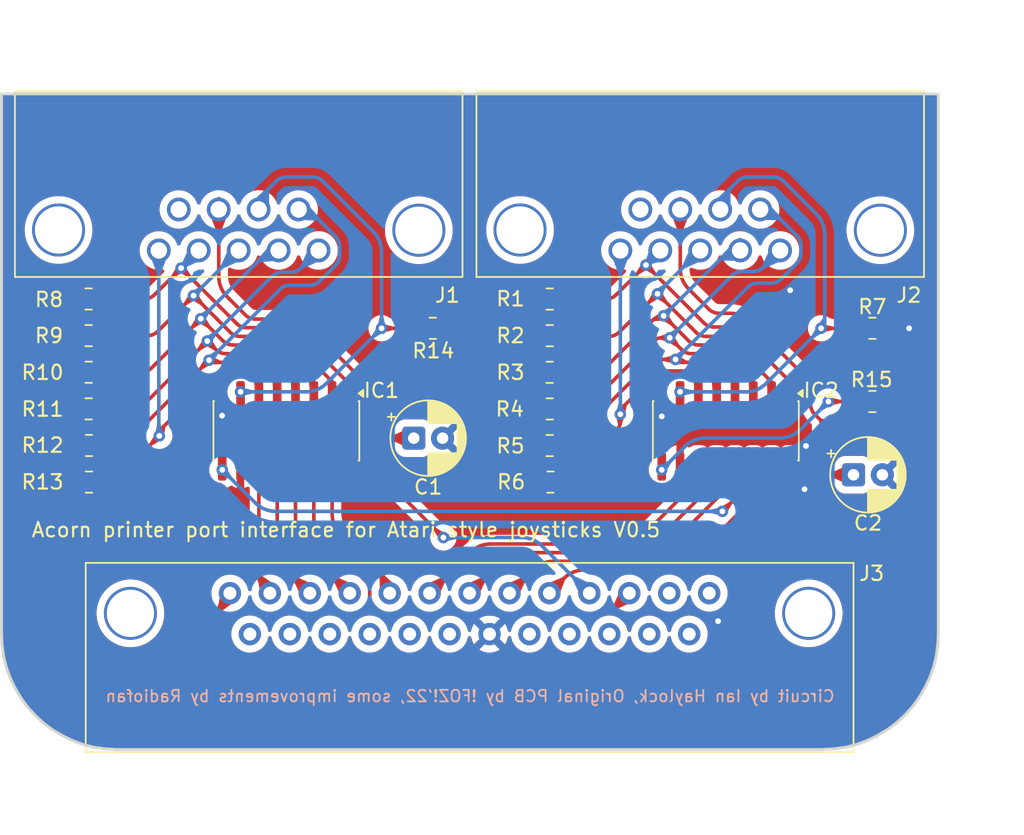
<source format=kicad_pcb>
(kicad_pcb (version 20241229) (generator "pcbnew") (generator_version "9.0")
  (layers (0 "F.Cu" signal) (2 "B.Cu" signal) (13 "F.Paste" user) (15 "B.Paste" user) (5 "F.SilkS" user "F.Silkscreen") (7 "B.SilkS" user "B.Silkscreen") (1 "F.Mask" user) (3 "B.Mask" user) (25 "Edge.Cuts" user))
  (net 0 "")
  (net 3 "GND")
  (net 6 "Net-(IC1-X1)")
  (net 7 "Net-(IC1-X2)")
  (net 8 "Net-(IC1-X4)")
  (net 9 "Net-(IC1-X6)")
  (net 10 "Net-(IC1-X5)")
  (net 11 "Net-(IC1-X0)")
  (net 12 "Net-(IC1-X3)")
  (net 13 "Net-(IC1-X7)")
  (net 14 "Net-(IC2-X2)")
  (net 15 "Net-(IC2-X6)")
  (net 16 "Net-(IC2-X7)")
  (net 17 "Net-(IC2-X4)")
  (net 18 "Net-(IC2-X0)")
  (net 19 "/Data 0")
  (net 20 "/Data 1")
  (net 21 "/Data 2")
  (net 22 "/Busy")
  (net 23 "/Data 3")
  (net 24 "/Data 4")
  (net 25 "/Data 5")
  (net 26 "/Data 6")
  (net 27 "/Data 7")
  (net 28 "/ACK")
  (net 29 "Net-(IC2-X3)")
  (net 30 "Net-(IC2-X5)")
  (net 31 "Net-(IC2-X1)")
  (net 42 "/Strobe")
  (footprint "Resistor_SMD:R_0805_2012Metric_Pad1.20x1.40mm_HandSolder" (layer "F.Cu") (at 91.922 58.932299 180)
    (property "Reference" "R4")
    (property "Value" "100k")
  )
  (footprint "Resistor_SMD:R_0805_2012Metric_Pad1.20x1.40mm_HandSolder" (layer "F.Cu") (at 59.97 64.008)
    (property "Reference" "R13")
    (property "Value" "100k")
  )
  (footprint "MyFootprints:5788794-1" (layer "F.Cu") (at 86.365 74.55 180)
    (property "Reference" "J3")
    (property "Value" "DB25_Male" (hide yes))
  )
  (footprint "Resistor_SMD:R_0805_2012Metric_Pad1.20x1.40mm_HandSolder" (layer "F.Cu") (at 59.944 53.848 180)
    (property "Reference" "R9")
    (property "Value" "100k")
  )
  (footprint "Resistor_SMD:R_0805_2012Metric_Pad1.20x1.40mm_HandSolder" (layer "F.Cu") (at 59.944 58.928 180)
    (property "Reference" "R11")
    (property "Value" "100k")
  )
  (footprint "Resistor_SMD:R_0805_2012Metric_Pad1.20x1.40mm_HandSolder" (layer "F.Cu") (at 114.3 58.42 180)
    (property "Reference" "R15")
    (property "Value" "1k")
  )
  (footprint "Resistor_SMD:R_0805_2012Metric_Pad1.20x1.40mm_HandSolder" (layer "F.Cu") (at 83.82 53.34)
    (property "Reference" "R14")
    (property "Value" "100k")
  )
  (footprint "Capacitor_THT:CP_Radial_D5.0mm_P2.00mm" (layer "F.Cu") (at 112.994888 63.5)
    (property "Reference" "C2")
    (property "Value" "C_Polarized, 10uf Eletrolitic")
  )
  (footprint "Resistor_SMD:R_0805_2012Metric_Pad1.20x1.40mm_HandSolder" (layer "F.Cu") (at 91.922 56.392299 180)
    (property "Reference" "R3")
    (property "Value" "100k")
  )
  (footprint "MyFootprints:5747840-4" (layer "F.Cu") (at 70.355 45.1)
    (property "Reference" "J1")
    (property "Value" "DB9_Male" (hide yes))
  )
  (footprint "Package_SO:SOIC-16_3.9x9.9mm_P1.27mm" (layer "F.Cu") (at 104.14 60.452 -90)
    (property "Reference" "IC2")
    (property "Value" "MC14512BDR2G")
  )
  (footprint "Resistor_SMD:R_0805_2012Metric_Pad1.20x1.40mm_HandSolder" (layer "F.Cu") (at 91.974 64.008 180)
    (property "Reference" "R6")
    (property "Value" "100k")
  )
  (footprint "MyFootprints:5747840-4" (layer "F.Cu") (at 102.362 45.1)
    (property "Reference" "J2")
    (property "Value" "DB9_Male" (hide yes))
  )
  (footprint "Resistor_SMD:R_0805_2012Metric_Pad1.20x1.40mm_HandSolder" (layer "F.Cu") (at 59.944 51.308 180)
    (property "Reference" "R8")
    (property "Value" "100k")
  )
  (footprint "Capacitor_THT:CP_Radial_D5.0mm_P2.00mm" (layer "F.Cu") (at 82.494888 60.96)
    (property "Reference" "C1")
    (property "Value" "C_Polarized, 10uf Eletrolitic")
  )
  (footprint "Resistor_SMD:R_0805_2012Metric_Pad1.20x1.40mm_HandSolder" (layer "F.Cu") (at 91.922 61.472299 180)
    (property "Reference" "R5")
    (property "Value" "100k")
  )
  (footprint "Resistor_SMD:R_0805_2012Metric_Pad1.20x1.40mm_HandSolder" (layer "F.Cu") (at 59.944 56.388 180)
    (property "Reference" "R10")
    (property "Value" "100k")
  )
  (footprint "Resistor_SMD:R_0805_2012Metric_Pad1.20x1.40mm_HandSolder" (layer "F.Cu") (at 91.922 53.852299 180)
    (property "Reference" "R2")
    (property "Value" "100k")
  )
  (footprint "Resistor_SMD:R_0805_2012Metric_Pad1.20x1.40mm_HandSolder" (layer "F.Cu") (at 59.97 61.468 180)
    (property "Reference" "R12")
    (property "Value" "100k")
  )
  (footprint "Resistor_SMD:R_0805_2012Metric_Pad1.20x1.40mm_HandSolder" (layer "F.Cu") (at 114.3 53.34)
    (property "Reference" "R7")
    (property "Value" "100k")
  )
  (footprint "Resistor_SMD:R_0805_2012Metric_Pad1.20x1.40mm_HandSolder" (layer "F.Cu") (at 91.922 51.312299 180)
    (property "Reference" "R1")
    (property "Value" "100k")
  )
  (footprint "Package_SO:SOIC-16_3.9x9.9mm_P1.27mm" (layer "F.Cu") (at 73.66 60.452 -90)
    (property "Reference" "IC1")
    (property "Value" "MC14512BDR2G")
  )
  (gr_line (start 110.8696 82.55) (end 61.912 82.55) (stroke (width 0.2)) (layer "Edge.Cuts"))
  (gr_line (start 56.8312 80.729) (end 57.46648 81.195) (stroke (width 0.2)) (layer "Edge.Cuts"))
  (gr_line (start 53.91115 74.549) (end 53.91115 37.084) (stroke (width 0.2)) (layer "Edge.Cuts"))
  (gr_line (start 55.73156 79.628) (end 56.26073 80.2) (stroke (width 0.2)) (layer "Edge.Cuts"))
  (gr_line (start 112.4366 82.395) (end 113.1986 82.205) (stroke (width 0.2)) (layer "Edge.Cuts"))
  (gr_line (start 117.5173 78.987) (end 117.9184 78.311) (stroke (width 0.2)) (layer "Edge.Cuts"))
  (gr_line (start 118.7231 76.108) (end 118.8293 75.326) (stroke (width 0.2)) (layer "Edge.Cuts"))
  (gr_line (start 111.6538 82.501) (end 112.4366 82.395) (stroke (width 0.2)) (layer "Edge.Cuts"))
  (gr_line (start 60.3452 82.401) (end 61.1293 82.507) (stroke (width 0.2)) (layer "Edge.Cuts"))
  (gr_line (start 118.533 76.871) (end 118.7231 76.108) (stroke (width 0.2)) (layer "Edge.Cuts"))
  (gr_line (start 54.25014 76.877) (end 54.52439 77.618) (stroke (width 0.2)) (layer "Edge.Cuts"))
  (gr_line (start 55.26575 78.993) (end 55.73156 79.628) (stroke (width 0.2)) (layer "Edge.Cuts"))
  (gr_line (start 53.91115 37.084) (end 118.872 37.084) (stroke (width 0.2)) (layer "Edge.Cuts"))
  (gr_line (start 59.58315 82.211) (end 60.3452 82.401) (stroke (width 0.2)) (layer "Edge.Cuts"))
  (gr_line (start 113.9398 81.929) (end 114.6386 81.59) (stroke (width 0.2)) (layer "Edge.Cuts"))
  (gr_line (start 54.52439 77.618) (end 54.86337 78.317) (stroke (width 0.2)) (layer "Edge.Cuts"))
  (gr_line (start 54.05862 76.114) (end 54.25014 76.877) (stroke (width 0.2)) (layer "Edge.Cuts"))
  (gr_line (start 116.5225 80.194) (end 117.0516 79.622) (stroke (width 0.2)) (layer "Edge.Cuts"))
  (gr_line (start 115.3153 81.189) (end 115.9503 80.723) (stroke (width 0.2)) (layer "Edge.Cuts"))
  (gr_line (start 53.9525 75.332) (end 54.05862 76.114) (stroke (width 0.2)) (layer "Edge.Cuts"))
  (gr_line (start 115.9503 80.723) (end 116.5225 80.194) (stroke (width 0.2)) (layer "Edge.Cuts"))
  (gr_line (start 117.0516 79.622) (end 117.5173 78.987) (stroke (width 0.2)) (layer "Edge.Cuts"))
  (gr_line (start 61.1293 82.507) (end 61.912 82.55) (stroke (width 0.2)) (layer "Edge.Cuts"))
  (gr_line (start 56.26073 80.2) (end 56.8312 80.729) (stroke (width 0.2)) (layer "Edge.Cuts"))
  (gr_line (start 117.9184 78.311) (end 118.2574 77.612) (stroke (width 0.2)) (layer "Edge.Cuts"))
  (gr_line (start 58.14449 81.596) (end 58.84316 81.935) (stroke (width 0.2)) (layer "Edge.Cuts"))
  (gr_line (start 58.84316 81.935) (end 59.58315 82.211) (stroke (width 0.2)) (layer "Edge.Cuts"))
  (gr_line (start 118.2574 77.612) (end 118.533 76.871) (stroke (width 0.2)) (layer "Edge.Cuts"))
  (gr_line (start 118.872 37.084) (end 118.872 74.543) (stroke (width 0.2)) (layer "Edge.Cuts"))
  (gr_line (start 114.6386 81.59) (end 115.3153 81.189) (stroke (width 0.2)) (layer "Edge.Cuts"))
  (gr_line (start 57.46648 81.195) (end 58.14449 81.596) (stroke (width 0.2)) (layer "Edge.Cuts"))
  (gr_line (start 54.86337 78.317) (end 55.26575 78.993) (stroke (width 0.2)) (layer "Edge.Cuts"))
  (gr_line (start 110.8696 82.544) (end 111.6538 82.501) (stroke (width 0.2)) (layer "Edge.Cuts"))
  (gr_line (start 118.8293 75.326) (end 118.872 74.543) (stroke (width 0.2)) (layer "Edge.Cuts"))
  (gr_line (start 53.91115 74.549) (end 53.9525 75.332) (stroke (width 0.2)) (layer "Edge.Cuts"))
  (gr_line (start 113.1986 82.205) (end 113.9398 81.929) (stroke (width 0.2)) (layer "Edge.Cuts"))
  (gr_text "Acorn printer port interface for Atari style joysticks V0.5" (at 77.8 67.9 0) (layer "F.SilkS") (effects (font (size 1 1)) (justify bottom)))
  (gr_text "Circuit by Ian Haylock, Original PCB by !FOZ!'22, some improvements by Radiofan\n" (at 86.4 78.85 0) (layer "B.SilkS") (effects (font (size 0.8 0.8) (thickness 0.125)) (justify mirror)))
  (segment (start 100.965 61.165) (end 100.965 63.1571) (width 0.25) (layer "F.Cu") (net 3))
  (segment (start 69.2 59.7) (end 70.485 60.985) (width 0.25) (layer "F.Cu") (net 3))
  (segment (start 69.2 59.4) (end 69.2 59.7) (width 0.25) (layer "F.Cu") (net 3))
  (segment (start 115.85 53.34) (end 116.85 53.34) (width 0.25) (layer "F.Cu") (net 3))
  (segment (start 69.215 58.2295) (end 69.2 58.2445) (width 0.25) (layer "F.Cu") (net 3))
  (segment (start 99.695 59.45) (end 99.695 59.895) (width 0.25) (layer "F.Cu") (net 3))
  (segment (start 99.695 59.895) (end 100.965 61.165) (width 0.25) (layer "F.Cu") (net 3))
  (segment (start 85.3825 53.3525) (end 85.37 53.34) (width 0.25) (layer "F.Cu") (net 3))
  (segment (start 58.42 51.334) (end 58.394 51.308) (width 0.25) (layer "F.Cu") (net 3))
  (segment (start 99.695 57.7469) (end 99.695 59.45) (width 0.25) (layer "F.Cu") (net 3))
  (segment (start 70.485 60.985) (end 70.485 63.1571) (width 0.25) (layer "F.Cu") (net 3))
  (segment (start 69.215 57.7469) (end 69.215 58.2295) (width 0.25) (layer "F.Cu") (net 3))
  (segment (start 69.2 58.2445) (end 69.2 59.4) (width 0.25) (layer "F.Cu") (net 3))
  (via (at 103.6 73.65) (size 0.8) (drill 0.4) (layers "F.Cu" "B.Cu") (net 3))
  (via (at 109.7 61.5) (size 0.8) (drill 0.4) (layers "F.Cu" "B.Cu") (net 3))
  (via (at 109.6 64.5) (size 0.8) (drill 0.4) (layers "F.Cu" "B.Cu") (net 3))
  (via (at 116.85 53.34) (size 0.8) (drill 0.4) (layers "F.Cu" "B.Cu") (net 3))
  (via (at 108.6 50.7) (size 0.8) (drill 0.4) (layers "F.Cu" "B.Cu") (net 3))
  (via (at 99.695 59.45) (size 0.8) (drill 0.4) (layers "F.Cu" "B.Cu") (net 3))
  (via (at 69.2 59.4) (size 0.8) (drill 0.4) (layers "F.Cu" "B.Cu") (net 3))
  (segment (start 64.739893 53.555107) (end 67.2225 51.0725) (width 0.25) (layer "F.Cu") (net 6))
  (segment (start 73.285786 53.9) (end 70.464214 53.9) (width 0.25) (layer "F.Cu") (net 6))
  (segment (start 69.757107 53.607107) (end 67.2225 51.0725) (width 0.25) (layer "F.Cu") (net 6))
  (segment (start 60.944 53.848) (end 64.032786 53.848) (width 0.25) (layer "F.Cu") (net 6))
  (segment (start 76.835 57.7469) (end 76.835 57.035) (width 0.25) (layer "F.Cu") (net 6))
  (segment (start 76.835 57.035) (end 73.992893 54.192893) (width 0.25) (layer "F.Cu") (net 6))
  (via (at 67.2225 51.0725) (size 0.8) (drill 0.4) (layers "F.Cu" "B.Cu") (net 6))
  (arc (start 70.464214 53.9) (mid 70.081531 53.82388) (end 69.757107 53.607107) (width 0.25) (layer "F.Cu") (net 6))
  (arc (start 73.285786 53.9) (mid 73.668469 53.97612) (end 73.992893 54.192893) (width 0.25) (layer "F.Cu") (net 6))
  (arc (start 64.032786 53.848) (mid 64.415469 53.77188) (end 64.739893 53.555107) (width 0.25) (layer "F.Cu") (net 6))
  (segment (start 70.355 47.94) (end 67.2225 51.0725) (width 0.25) (layer "B.Cu") (net 6))
  (segment (start 75.565 57.065) (end 73.292893 54.792893) (width 0.25) (layer "F.Cu") (net 7))
  (segment (start 72.585786 54.5) (end 69.964214 54.5) (width 0.25) (layer "F.Cu") (net 7))
  (segment (start 64.304893 56.095107) (end 67.725 52.675) (width 0.25) (layer "F.Cu") (net 7))
  (segment (start 69.257107 54.207107) (end 67.725 52.675) (width 0.25) (layer "F.Cu") (net 7))
  (segment (start 60.944 56.388) (end 63.597786 56.388) (width 0.25) (layer "F.Cu") (net 7))
  (segment (start 75.565 57.7469) (end 75.565 57.065) (width 0.25) (layer "F.Cu") (net 7))
  (via (at 67.725 52.675) (size 0.8) (drill 0.4) (layers "F.Cu" "B.Cu") (net 7))
  (arc (start 72.585786 54.5) (mid 72.968469 54.57612) (end 73.292893 54.792893) (width 0.25) (layer "F.Cu") (net 7))
  (arc (start 69.964214 54.5) (mid 69.581531 54.42388) (end 69.257107 54.207107) (width 0.25) (layer "F.Cu") (net 7))
  (arc (start 63.597786 56.388) (mid 63.980469 56.31188) (end 64.304893 56.095107) (width 0.25) (layer "F.Cu") (net 7))
  (segment (start 73.1266 47.9384) (end 73.125 47.94) (width 0.25) (layer "B.Cu") (net 7))
  (segment (start 72.46 47.94) (end 67.725 52.675) (width 0.25) (layer "B.Cu") (net 7))
  (segment (start 73.125 47.94) (end 72.46 47.94) (width 0.25) (layer "B.Cu") (net 7))
  (segment (start 62.674893 61.175107) (end 68.3 55.55) (width 0.25) (layer "F.Cu") (net 8))
  (segment (start 60.97 61.468) (end 61.967786 61.468) (width 0.25) (layer "F.Cu") (net 8))
  (segment (start 68.45 55.7) (end 68.3 55.55) (width 0.25) (layer "F.Cu") (net 8))
  (segment (start 73.025 57.7469) (end 73.025 57.025) (width 0.25) (layer "F.Cu") (net 8))
  (segment (start 71.285786 55.7) (end 68.45 55.7) (width 0.25) (layer "F.Cu") (net 8))
  (segment (start 73.025 57.025) (end 71.992893 55.992893) (width 0.25) (layer "F.Cu") (net 8))
  (via (at 68.3 55.55) (size 0.8) (drill 0.4) (layers "F.Cu" "B.Cu") (net 8))
  (arc (start 62.674893 61.175107) (mid 62.35047 61.39188) (end 61.967786 61.468) (width 0.25) (layer "F.Cu") (net 8))
  (arc (start 71.285786 55.7) (mid 71.668469 55.77612) (end 71.992893 55.992893) (width 0.25) (layer "F.Cu") (net 8))
  (segment (start 77.35 47.664214) (end 77.35 48.285786) (width 0.25) (layer "B.Cu") (net 8))
  (segment (start 73.207107 50.642893) (end 68.3 55.55) (width 0.25) (layer "B.Cu") (net 8))
  (segment (start 75.285786 50.35) (end 73.914214 50.35) (width 0.25) (layer "B.Cu") (net 8))
  (segment (start 77.057107 48.992893) (end 75.992893 50.057107) (width 0.25) (layer "B.Cu") (net 8))
  (segment (start 75.2 45.1) (end 77.057107 46.957107) (width 0.25) (layer "B.Cu") (net 8))
  (segment (start 74.51 45.1) (end 75.2 45.1) (width 0.25) (layer "B.Cu") (net 8))
  (arc (start 77.057107 46.957107) (mid 77.27388 47.28153) (end 77.35 47.664214) (width 0.25) (layer "B.Cu") (net 8))
  (arc (start 73.207107 50.642893) (mid 73.53153 50.42612) (end 73.914214 50.35) (width 0.25) (layer "B.Cu") (net 8))
  (arc (start 77.057107 48.992893) (mid 77.27388 48.66847) (end 77.35 48.285786) (width 0.25) (layer "B.Cu") (net 8))
  (arc (start 75.992893 50.057107) (mid 75.66847 50.27388) (end 75.285786 50.35) (width 0.25) (layer "B.Cu") (net 8))
  (segment (start 80.264 53.34) (end 82.27 53.34) (width 0.25) (layer "F.Cu") (net 9))
  (via (at 70.485 57.7469) (size 0.8) (drill 0.4) (layers "F.Cu" "B.Cu") (net 9))
  (via (at 80.264 53.34) (size 0.8) (drill 0.4) (layers "F.Cu" "B.Cu") (net 9))
  (segment (start 71.7423 44.3484) (end 72.947807 43.142893) (width 0.25) (layer "B.Cu") (net 9))
  (segment (start 80.26 53.34) (end 80.264 53.34) (width 0.25) (layer "B.Cu") (net 9))
  (segment (start 80.264 48.042427) (end 80.264 53.34) (width 0.25) (layer "B.Cu") (net 9))
  (segment (start 76.438887 57.161113) (end 80.26 53.34) (width 0.25) (layer "B.Cu") (net 9))
  (segment (start 73.654914 42.85) (end 75.485786 42.85) (width 0.25) (layer "B.Cu") (net 9))
  (segment (start 70.485 57.7469) (end 75.024673 57.7469) (width 0.25) (layer "B.Cu") (net 9))
  (segment (start 76.192893 43.142893) (end 79.678214 46.628214) (width 0.25) (layer "B.Cu") (net 9))
  (arc (start 73.654914 42.85) (mid 73.272231 42.92612) (end 72.947807 43.142893) (width 0.25) (layer "B.Cu") (net 9))
  (arc (start 76.438887 57.161113) (mid 75.79004 57.594659) (end 75.024673 57.7469) (width 0.25) (layer "B.Cu") (net 9))
  (arc (start 80.264 48.042427) (mid 80.111759 47.27706) (end 79.678214 46.628214) (width 0.25) (layer "B.Cu") (net 9))
  (arc (start 75.485786 42.85) (mid 75.868469 42.92612) (end 76.192893 43.142893) (width 0.25) (layer "B.Cu") (net 9))
  (segment (start 64.85 60.45) (end 64.85 60.8) (width 0.25) (layer "F.Cu") (net 10))
  (segment (start 68.707107 56.592893) (end 64.85 60.45) (width 0.25) (layer "F.Cu") (net 10))
  (segment (start 61.642 64.008) (end 64.85 60.8) (width 0.25) (layer "F.Cu") (net 10))
  (segment (start 70.585786 56.3) (end 69.414214 56.3) (width 0.25) (layer "F.Cu") (net 10))
  (segment (start 71.755 57.7469) (end 71.755 57.055) (width 0.25) (layer "F.Cu") (net 10))
  (segment (start 60.97 64.008) (end 61.642 64.008) (width 0.25) (layer "F.Cu") (net 10))
  (segment (start 71.755 57.055) (end 71.292893 56.592893) (width 0.25) (layer "F.Cu") (net 10))
  (via (at 64.85 60.8) (size 0.8) (drill 0.4) (layers "F.Cu" "B.Cu") (net 10))
  (arc (start 71.292893 56.592893) (mid 70.96847 56.37612) (end 70.585786 56.3) (width 0.25) (layer "F.Cu") (net 10))
  (arc (start 69.414214 56.3) (mid 69.031531 56.37612) (end 68.707107 56.592893) (width 0.25) (layer "F.Cu") (net 10))
  (segment (start 64.815 60.765) (end 64.85 60.8) (width 0.25) (layer "B.Cu") (net 10))
  (segment (start 64.815 47.94) (end 64.815 60.765) (width 0.25) (layer "B.Cu") (net 10))
  (segment (start 64.509893 51.015107) (end 66.3625 49.1625) (width 0.25) (layer "F.Cu") (net 11))
  (segment (start 78.105 57.7469) (end 78.105 57.277) (width 0.25) (layer "F.Cu") (net 11))
  (segment (start 78.105 57.277) (end 74.420893 53.592893) (width 0.25) (layer "F.Cu") (net 11))
  (segment (start 73.713786 53.3) (end 70.914214 53.3) (width 0.25) (layer "F.Cu") (net 11))
  (segment (start 60.944 51.308) (end 63.802786 51.308) (width 0.25) (layer "F.Cu") (net 11))
  (segment (start 70.207107 53.007107) (end 66.3625 49.1625) (width 0.25) (layer "F.Cu") (net 11))
  (via (at 66.3625 49.1625) (size 0.8) (drill 0.4) (layers "F.Cu" "B.Cu") (net 11))
  (arc (start 64.509893 51.015107) (mid 64.18547 51.23188) (end 63.802786 51.308) (width 0.25) (layer "F.Cu") (net 11))
  (arc (start 70.914214 53.3) (mid 70.531531 53.22388) (end 70.207107 53.007107) (width 0.25) (layer "F.Cu") (net 11))
  (arc (start 74.420893 53.592893) (mid 74.09647 53.37612) (end 73.713786 53.3) (width 0.25) (layer "F.Cu") (net 11))
  (segment (start 67.585 47.94) (end 66.3625 49.1625) (width 0.25) (layer "B.Cu") (net 11))
  (segment (start 68.757107 54.807107) (end 68.175 54.225) (width 0.25) (layer "F.Cu") (net 12))
  (segment (start 63.764893 58.635107) (end 68.175 54.225) (width 0.25) (layer "F.Cu") (net 12))
  (segment (start 74.295 57.7469) (end 74.295 57.045) (width 0.25) (layer "F.Cu") (net 12))
  (segment (start 71.935786 55.1) (end 69.464214 55.1) (width 0.25) (layer "F.Cu") (net 12))
  (segment (start 60.944 58.928) (end 63.057786 58.928) (width 0.25) (layer "F.Cu") (net 12))
  (segment (start 74.295 57.045) (end 72.642893 55.392893) (width 0.25) (layer "F.Cu") (net 12))
  (via (at 68.175 54.225) (size 0.8) (drill 0.4) (layers "F.Cu" "B.Cu") (net 12))
  (arc (start 63.764893 58.635107) (mid 63.44047 58.85188) (end 63.057786 58.928) (width 0.25) (layer "F.Cu") (net 12))
  (arc (start 71.935786 55.1) (mid 72.318469 55.17612) (end 72.642893 55.392893) (width 0.25) (layer "F.Cu") (net 12))
  (arc (start 69.464214 55.1) (mid 69.081531 55.02388) (end 68.757107 54.807107) (width 0.25) (layer "F.Cu") (net 12))
  (segment (start 73.970786 49.45) (end 73.364214 49.45) (width 0.25) (layer "B.Cu") (net 12))
  (segment (start 75.895 47.94) (end 74.677893 49.157107) (width 0.25) (layer "B.Cu") (net 12))
  (segment (start 72.657107 49.742893) (end 68.175 54.225) (width 0.25) (layer "B.Cu") (net 12))
  (arc (start 73.364214 49.45) (mid 72.981531 49.52612) (end 72.657107 49.742893) (width 0.25) (layer "B.Cu") (net 12))
  (arc (start 73.970786 49.45) (mid 74.353469 49.37388) (end 74.677893 49.157107) (width 0.25) (layer "B.Cu") (net 12))
  (segment (start 106.045 63.890701) (end 103.9 66.035701) (width 0.25) (layer "F.Cu") (net 13))
  (segment (start 106.045 63.1571) (end 106.045 63.890701) (width 0.25) (layer "F.Cu") (net 13))
  (via (at 69.215 63.157098) (size 0.8) (drill 0.4) (layers "F.Cu" "B.Cu") (net 13))
  (via (at 103.9 66.035701) (size 0.8) (drill 0.4) (layers "F.Cu" "B.Cu") (net 13))
  (segment (start 103.9 66.035701) (end 72.92203 66.035701) (width 0.25) (layer "B.Cu") (net 13))
  (segment (start 71.507816 65.449914) (end 69.215 63.157098) (width 0.25) (layer "B.Cu") (net 13))
  (arc (start 71.507816 65.449914) (mid 72.156663 65.88346) (end 72.92203 66.035701) (width 0.25) (layer "B.Cu") (net 13))
  (segment (start 95.750594 56.099406) (end 99.082107 52.767893) (width 0.25) (layer "F.Cu") (net 14))
  (segment (start 93.472 56.392299) (end 95.043487 56.392299) (width 0.25) (layer "F.Cu") (net 14))
  (segment (start 106.045 57.045) (end 103.792893 54.792893) (width 0.25) (layer "F.Cu") (net 14))
  (segment (start 101.557107 54.207107) (end 99.825 52.475) (width 0.25) (layer "F.Cu") (net 14))
  (segment (start 103.085786 54.5) (end 102.264214 54.5) (width 0.25) (layer "F.Cu") (net 14))
  (segment (start 106.045 57.7469) (end 106.045 57.045) (width 0.25) (layer "F.Cu") (net 14))
  (segment (start 99.789214 52.475) (end 99.825 52.475) (width 0.25) (layer "F.Cu") (net 14))
  (via (at 99.825 52.475) (size 0.8) (drill 0.4) (layers "F.Cu" "B.Cu") (net 14))
  (arc (start 102.264214 54.5) (mid 101.881531 54.42388) (end 101.557107 54.207107) (width 0.25) (layer "F.Cu") (net 14))
  (arc (start 95.043487 56.392299) (mid 95.42617 56.316179) (end 95.750594 56.099406) (width 0.25) (layer "F.Cu") (net 14))
  (arc (start 99.082107 52.767893) (mid 99.40653 52.55112) (end 99.789214 52.475) (width 0.25) (layer "F.Cu") (net 14))
  (arc (start 103.085786 54.5) (mid 103.468469 54.57612) (end 103.792893 54.792893) (width 0.25) (layer "F.Cu") (net 14))
  (segment (start 105.1306 47.1932) (end 105.1068 47.1932) (width 0.25) (layer "B.Cu") (net 14))
  (segment (start 105.1068 47.1932) (end 99.825 52.475) (width 0.25) (layer "B.Cu") (net 14))
  (segment (start 110.744 53.34) (end 113.3 53.34) (width 0.25) (layer "F.Cu") (net 15))
  (via (at 110.744 53.34) (size 0.8) (drill 0.4) (layers "F.Cu" "B.Cu") (net 15))
  (via (at 100.965 57.7469) (size 0.8) (drill 0.4) (layers "F.Cu" "B.Cu") (net 15))
  (segment (start 110.76 53.34) (end 110.744 53.34) (width 0.25) (layer "B.Cu") (net 15))
  (segment (start 100.9681 57.75) (end 105.521573 57.75) (width 0.25) (layer "B.Cu") (net 15))
  (segment (start 108.142893 43.142893) (end 110.414214 45.414214) (width 0.25) (layer "B.Cu") (net 15))
  (segment (start 105.658914 42.85) (end 107.435786 42.85) (width 0.25) (layer "B.Cu") (net 15))
  (segment (start 111 46.828427) (end 111 53.1) (width 0.25) (layer "B.Cu") (net 15))
  (segment (start 110.744 53.356) (end 110.744 53.34) (width 0.25) (layer "B.Cu") (net 15))
  (segment (start 103.7463 44.3484) (end 104.951807 43.142893) (width 0.25) (layer "B.Cu") (net 15))
  (segment (start 106.935787 57.164213) (end 110.744 53.356) (width 0.25) (layer "B.Cu") (net 15))
  (segment (start 100.965 57.7469) (end 100.9681 57.75) (width 0.25) (layer "B.Cu") (net 15))
  (segment (start 111 53.1) (end 110.76 53.34) (width 0.25) (layer "B.Cu") (net 15))
  (arc (start 105.521573 57.75) (mid 106.28694 57.597759) (end 106.935787 57.164213) (width 0.25) (layer "B.Cu") (net 15))
  (arc (start 110.414214 45.414214) (mid 110.847759 46.06306) (end 111 46.828427) (width 0.25) (layer "B.Cu") (net 15))
  (arc (start 104.951807 43.142893) (mid 105.276231 42.92612) (end 105.658914 42.85) (width 0.25) (layer "B.Cu") (net 15))
  (arc (start 107.435786 42.85) (mid 107.81847 42.92612) (end 108.142893 43.142893) (width 0.25) (layer "B.Cu") (net 15))
  (segment (start 113.3 58.42) (end 111.252 58.42) (width 0.25) (layer "F.Cu") (net 16))
  (via (at 99.695002 63.1571) (size 0.8) (drill 0.4) (layers "F.Cu" "B.Cu") (net 16))
  (via (at 111.252 58.42) (size 0.8) (drill 0.4) (layers "F.Cu" "B.Cu") (net 16))
  (segment (start 107.893573 60.95) (end 102.728427 60.95) (width 0.25) (layer "B.Cu") (net 16))
  (segment (start 111.252 58.42) (end 109.307786 60.364214) (width 0.25) (layer "B.Cu") (net 16))
  (segment (start 99.695002 63.154998) (end 99.695002 63.1571) (width 0.25) (layer "B.Cu") (net 16))
  (segment (start 101.314213 61.535787) (end 99.695002 63.154998) (width 0.25) (layer "B.Cu") (net 16))
  (arc (start 107.893573 60.95) (mid 108.65894 60.797759) (end 109.307786 60.364214) (width 0.25) (layer "B.Cu") (net 16))
  (arc (start 102.728427 60.95) (mid 101.96306 61.102241) (end 101.314213 61.535787) (width 0.25) (layer "B.Cu") (net 16))
  (segment (start 98.807107 55.792893) (end 93.127701 61.472299) (width 0.25) (layer "F.Cu") (net 17))
  (segment (start 100.65 55.5) (end 100.85 55.7) (width 0.25) (layer "F.Cu") (net 17))
  (segment (start 100.65 55.5) (end 99.514214 55.5) (width 0.25) (layer "F.Cu") (net 17))
  (segment (start 93.127701 61.472299) (end 92.922 61.472299) (width 0.25) (layer "F.Cu") (net 17))
  (segment (start 100.85 55.7) (end 101.735786 55.7) (width 0.25) (layer "F.Cu") (net 17))
  (segment (start 102.442893 55.992893) (end 103.505 57.055) (width 0.25) (layer "F.Cu") (net 17))
  (segment (start 103.505 57.055) (end 103.505 57.7469) (width 0.25) (layer "F.Cu") (net 17))
  (via (at 100.65 55.5) (size 0.8) (drill 0.4) (layers "F.Cu" "B.Cu") (net 17))
  (arc (start 99.514214 55.5) (mid 99.131531 55.57612) (end 98.807107 55.792893) (width 0.25) (layer "F.Cu") (net 17))
  (arc (start 102.442893 55.992893) (mid 102.11847 55.77612) (end 101.735786 55.7) (width 0.25) (layer "F.Cu") (net 17))
  (segment (start 109.057107 46.907107) (end 107.25 45.1) (width 0.25) (layer "B.Cu") (net 17))
  (segment (start 100.65 55.5) (end 105.657107 50.492893) (width 0.25) (layer "B.Cu") (net 17))
  (segment (start 106.364214 50.2) (end 107.285786 50.2) (width 0.25) (layer "B.Cu") (net 17))
  (segment (start 107.25 45.1) (end 106.517 45.1) (width 0.25) (layer "B.Cu") (net 17))
  (segment (start 107.992893 49.907107) (end 109.057107 48.842893) (width 0.25) (layer "B.Cu") (net 17))
  (segment (start 109.35 48.135786) (end 109.35 47.614214) (width 0.25) (layer "B.Cu") (net 17))
  (arc (start 105.657107 50.492893) (mid 105.98153 50.27612) (end 106.364214 50.2) (width 0.25) (layer "B.Cu") (net 17))
  (arc (start 109.057107 46.907107) (mid 109.27388 47.23153) (end 109.35 47.614214) (width 0.25) (layer "B.Cu") (net 17))
  (arc (start 109.057107 48.842893) (mid 109.27388 48.518469) (end 109.35 48.135786) (width 0.25) (layer "B.Cu") (net 17))
  (arc (start 107.285786 50.2) (mid 107.668469 50.12388) (end 107.992893 49.907107) (width 0.25) (layer "B.Cu") (net 17))
  (segment (start 108.585 57.035) (end 105.092893 53.542893) (width 0.25) (layer "F.Cu") (net 18))
  (segment (start 102.607107 52.957107) (end 98.6 48.95) (width 0.25) (layer "F.Cu") (net 18))
  (segment (start 108.585 57.7469) (end 108.585 57.035) (width 0.25) (layer "F.Cu") (net 18))
  (segment (start 96.530594 51.019406) (end 98.6 48.95) (width 0.25) (layer "F.Cu") (net 18))
  (segment (start 92.922 51.312299) (end 95.823487 51.312299) (width 0.25) (layer "F.Cu") (net 18))
  (segment (start 104.385786 53.25) (end 103.314214 53.25) (width 0.25) (layer "F.Cu") (net 18))
  (via (at 98.6 48.95) (size 0.8) (drill 0.4) (layers "F.Cu" "B.Cu") (net 18))
  (arc (start 95.823487 51.312299) (mid 96.20617 51.236179) (end 96.530594 51.019406) (width 0.25) (layer "F.Cu") (net 18))
  (arc (start 104.385786 53.25) (mid 104.768469 53.32612) (end 105.092893 53.542893) (width 0.25) (layer "F.Cu") (net 18))
  (arc (start 102.607107 52.957107) (mid 102.93153 53.17388) (end 103.314214 53.25) (width 0.25) (layer "F.Cu") (net 18))
  (segment (start 99.592 47.94) (end 99.5934 47.9386) (width 0.25) (layer "B.Cu") (net 18))
  (segment (start 98.6 48.932) (end 98.6 48.95) (width 0.25) (layer "B.Cu") (net 18))
  (segment (start 99.592 47.94) (end 98.6 48.932) (width 0.25) (layer "B.Cu") (net 18))
  (segment (start 72.504331 71.71) (end 72.515 71.71) (width 0.25) (layer "F.Cu") (net 19))
  (segment (start 72.047893 71.253562) (end 72.504331 71.71) (width 0.25) (layer "F.Cu") (net 19))
  (segment (start 71.755 63.1571) (end 71.755 70.546455) (width 0.25) (layer "F.Cu") (net 19))
  (arc (start 72.047893 71.253562) (mid 71.83112 70.929139) (end 71.755 70.546455) (width 0.25) (layer "F.Cu") (net 19))
  (segment (start 73.025 63.1571) (end 73.025 69.046455) (width 0.25) (layer "F.Cu") (net 20))
  (segment (start 75.274331 71.71) (end 75.285 71.71) (width 0.25) (layer "F.Cu") (net 20))
  (segment (start 73.317893 69.753562) (end 75.274331 71.71) (width 0.25) (layer "F.Cu") (net 20))
  (arc (start 73.025 69.046455) (mid 73.10112 69.429138) (end 73.317893 69.753562) (width 0.25) (layer "F.Cu") (net 20))
  (segment (start 74.295 63.1571) (end 74.295 67.132242) (width 0.25) (layer "F.Cu") (net 21))
  (segment (start 74.880787 68.546456) (end 78.045 71.710669) (width 0.25) (layer "F.Cu") (net 21))
  (arc (start 74.295 67.132242) (mid 74.447241 67.897609) (end 74.880787 68.546456) (width 0.25) (layer "F.Cu") (net 21))
  (segment (start 76.150787 67.864884) (end 79.148128 70.862225) (width 0.25) (layer "F.Cu") (net 22))
  (segment (start 79.441021 71.569332) (end 79.441021 71.914807) (width 0.25) (layer "F.Cu") (net 22))
  (segment (start 96.288562 72.857107) (end 97.435669 71.71) (width 0.25) (layer "F.Cu") (net 22))
  (segment (start 75.565 63.1571) (end 75.565 66.45067) (width 0.25) (layer "F.Cu") (net 22))
  (segment (start 80.676214 73.15) (end 95.581455 73.15) (width 0.25) (layer "F.Cu") (net 22))
  (segment (start 79.733914 72.621914) (end 79.969107 72.857107) (width 0.25) (layer "F.Cu") (net 22))
  (segment (start 97.435669 71.71) (end 97.445 71.71) (width 0.25) (layer "F.Cu") (net 22))
  (arc (start 79.441021 71.569332) (mid 79.364901 71.186649) (end 79.148128 70.862225) (width 0.25) (layer "F.Cu") (net 22))
  (arc (start 76.150787 67.864884) (mid 75.717241 67.216037) (end 75.565 66.45067) (width 0.25) (layer "F.Cu") (net 22))
  (arc (start 79.441021 71.914807) (mid 79.517141 72.29749) (end 79.733914 72.621914) (width 0.25) (layer "F.Cu") (net 22))
  (arc (start 95.581455 73.15) (mid 95.964138 73.07388) (end 96.288562 72.857107) (width 0.25) (layer "F.Cu") (net 22))
  (arc (start 79.969107 72.857107) (mid 80.29353 73.07388) (end 80.676214 73.15) (width 0.25) (layer "F.Cu") (net 22))
  (segment (start 80.815 71.015) (end 80.815 71.710669) (width 0.25) (layer "F.Cu") (net 23))
  (segment (start 76.835 63.1571) (end 76.835 66.206573) (width 0.25) (layer "F.Cu") (net 23))
  (segment (start 77.420787 67.620787) (end 80.815 71.015) (width 0.25) (layer "F.Cu") (net 23))
  (arc (start 76.835 66.206573) (mid 76.987241 66.97194) (end 77.420787 67.620787) (width 0.25) (layer "F.Cu") (net 23))
  (segment (start 102.235 63.1571) (end 102.25 63.1721) (width 0.25) (layer "F.Cu") (net 24))
  (segment (start 102.25 63.1721) (end 102.25 63.85) (width 0.25) (layer "F.Cu") (net 24))
  (segment (start 86.412048 68.885787) (end 83.595 71.702835) (width 0.25) (layer "F.Cu") (net 24))
  (segment (start 83.595 71.702835) (end 83.595 71.71) (width 0.25) (layer "F.Cu") (net 24))
  (segment (start 102.25 63.85) (end 98.385786 67.714214) (width 0.25) (layer "F.Cu") (net 24))
  (segment (start 96.971573 68.3) (end 87.826262 68.3) (width 0.25) (layer "F.Cu") (net 24))
  (arc (start 86.412048 68.885787) (mid 87.060895 68.452241) (end 87.826262 68.3) (width 0.25) (layer "F.Cu") (net 24))
  (arc (start 96.971573 68.3) (mid 97.73694 68.147759) (end 98.385786 67.714214) (width 0.25) (layer "F.Cu") (net 24))
  (segment (start 97.671573 68.9) (end 89.994096 68.9) (width 0.25) (layer "F.Cu") (net 25))
  (segment (start 103.505 63.895) (end 99.085786 68.314214) (width 0.25) (layer "F.Cu") (net 25))
  (segment (start 86.365 71.700669) (end 86.365 71.71) (width 0.25) (layer "F.Cu") (net 25))
  (segment (start 103.505 63.1571) (end 103.505 63.895) (width 0.25) (layer "F.Cu") (net 25))
  (segment (start 88.579882 69.485787) (end 86.365 71.700669) (width 0.25) (layer "F.Cu") (net 25))
  (arc (start 89.994096 68.9) (mid 89.228729 69.052241) (end 88.579882 69.485787) (width 0.25) (layer "F.Cu") (net 25))
  (arc (start 99.085786 68.314214) (mid 98.43694 68.747759) (end 97.671573 68.9) (width 0.25) (layer "F.Cu") (net 25))
  (segment (start 104.775 63.875) (end 99.735786 68.914214) (width 0.25) (layer "F.Cu") (net 26))
  (segment (start 98.321573 69.5) (end 92.178427 69.5) (width 0.25) (layer "F.Cu") (net 26))
  (segment (start 89.139331 71.710669) (end 89.125 71.710669) (width 0.25) (layer "F.Cu") (net 26))
  (segment (start 90.764213 70.085787) (end 89.139331 71.710669) (width 0.25) (layer "F.Cu") (net 26))
  (segment (start 104.775 63.1571) (end 104.775 63.875) (width 0.25) (layer "F.Cu") (net 26))
  (arc (start 90.764213 70.085787) (mid 91.41306 69.652241) (end 92.178427 69.5) (width 0.25) (layer "F.Cu") (net 26))
  (arc (start 98.321573 69.5) (mid 99.08694 69.347759) (end 99.735786 68.914214) (width 0.25) (layer "F.Cu") (net 26))
  (segment (start 107.315 63.885) (end 101.685786 69.514214) (width 0.25) (layer "F.Cu") (net 27))
  (segment (start 92.914213 70.685787) (end 91.905 71.695) (width 0.25) (layer "F.Cu") (net 27))
  (segment (start 91.905 71.695) (end 91.905 71.71) (width 0.25) (layer "F.Cu") (net 27))
  (segment (start 91.904331 71.710669) (end 91.895 71.710669) (width 0.25) (layer "F.Cu") (net 27))
  (segment (start 100.271573 70.1) (end 94.328427 70.1) (width 0.25) (layer "F.Cu") (net 27))
  (segment (start 107.315 63.1571) (end 107.315 63.885) (width 0.25) (layer "F.Cu") (net 27))
  (segment (start 91.905 71.71) (end 91.904331 71.710669) (width 0.25) (layer "F.Cu") (net 27))
  (arc (start 94.328427 70.1) (mid 93.56306 70.252241) (end 92.914213 70.685787) (width 0.25) (layer "F.Cu") (net 27))
  (arc (start 100.271573 70.1) (mid 101.03694 69.947759) (end 101.685786 69.514214) (width 0.25) (layer "F.Cu") (net 27))
  (segment (start 70.807107 52.407107) (end 69.559486 51.159486) (width 0.25) (layer "F.Cu") (net 28))
  (segment (start 73.871573 52.7) (end 71.514214 52.7) (width 0.25) (layer "F.Cu") (net 28))
  (segment (start 80.0989 58.0989) (end 75.285786 53.285786) (width 0.25) (layer "F.Cu") (net 28))
  (segment (start 68.9737 49.745273) (end 68.9737 44.3484) (width 0.25) (layer "F.Cu") (net 28))
  (segment (start 80.0989 63.1571) (end 80.0989 58.0989) (width 0.25) (layer "F.Cu") (net 28))
  (segment (start 80.0989 63.1571) (end 78.105 63.1571) (width 0.25) (layer "F.Cu") (net 28))
  (segment (start 80.0989 63.1571) (end 80.0989 63.3989) (width 0.25) (layer "F.Cu") (net 28))
  (segment (start 80.0989 63.3989) (end 84.55 67.85) (width 0.25) (layer "F.Cu") (net 28))
  (segment (start 82.494888 60.96) (end 80.0989 60.96) (width 0.25) (layer "F.Cu") (net 28))
  (via (at 84.55 67.85) (size 0.8) (drill 0.4) (layers "F.Cu" "B.Cu") (net 28))
  (arc (start 70.807107 52.407107) (mid 71.13153 52.62388) (end 71.514214 52.7) (width 0.25) (layer "F.Cu") (net 28))
  (arc (start 75.285786 53.285786) (mid 74.63694 52.852241) (end 73.871573 52.7) (width 0.25) (layer "F.Cu") (net 28))
  (arc (start 69.559486 51.159486) (mid 69.125941 50.51064) (end 68.9737 49.745273) (width 0.25) (layer "F.Cu") (net 28))
  (segment (start 89.975904 67.85) (end 84.55 67.85) (width 0.25) (layer "B.Cu") (net 28))
  (segment (start 94.664331 71.71) (end 91.390117 68.435786) (width 0.25) (layer "B.Cu") (net 28))
  (segment (start 94.675 71.71) (end 94.664331 71.71) (width 0.25) (layer "B.Cu") (net 28))
  (arc (start 89.975904 67.85) (mid 90.741271 68.002241) (end 91.390117 68.435786) (width 0.25) (layer "B.Cu") (net 28))
  (segment (start 99.714214 54) (end 100.25 54) (width 0.25) (layer "F.Cu") (net 29))
  (segment (start 104.775 57.7469) (end 104.775 57.025) (width 0.25) (layer "F.Cu") (net 29))
  (segment (start 104.775 57.025) (end 103.142893 55.392893) (width 0.25) (layer "F.Cu") (net 29))
  (segment (start 101.057107 54.807107) (end 100.25 54) (width 0.25) (layer "F.Cu") (net 29))
  (segment (start 94.660594 58.639406) (end 99.007107 54.292893) (width 0.25) (layer "F.Cu") (net 29))
  (segment (start 92.922 58.932299) (end 93.953487 58.932299) (width 0.25) (layer "F.Cu") (net 29))
  (segment (start 102.435786 55.1) (end 101.764214 55.1) (width 0.25) (layer "F.Cu") (net 29))
  (via (at 100.25 54) (size 0.8) (drill 0.4) (layers "F.Cu" "B.Cu") (net 29))
  (arc (start 94.660594 58.639406) (mid 94.336171 58.856179) (end 93.953487 58.932299) (width 0.25) (layer "F.Cu") (net 29))
  (arc (start 102.435786 55.1) (mid 102.818469 55.17612) (end 103.142893 55.392893) (width 0.25) (layer "F.Cu") (net 29))
  (arc (start 99.007107 54.292893) (mid 99.33153 54.07612) (end 99.714214 54) (width 0.25) (layer "F.Cu") (net 29))
  (arc (start 101.764214 55.1) (mid 101.381531 55.02388) (end 101.057107 54.807107) (width 0.25) (layer "F.Cu") (net 29))
  (segment (start 104.557107 49.692893) (end 100.25 54) (width 0.25) (layer "B.Cu") (net 29))
  (segment (start 107.902 47.94) (end 106.734893 49.107107) (width 0.25) (layer "B.Cu") (net 29))
  (segment (start 106.027786 49.4) (end 105.264214 49.4) (width 0.25) (layer "B.Cu") (net 29))
  (arc (start 106.027786 49.4) (mid 106.410469 49.32388) (end 106.734893 49.107107) (width 0.25) (layer "B.Cu") (net 29))
  (arc (start 105.264214 49.4) (mid 104.881531 49.47612) (end 104.557107 49.692893) (width 0.25) (layer "B.Cu") (net 29))
  (segment (start 102.235 57.7469) (end 102.235 57.035) (width 0.25) (layer "F.Cu") (net 30))
  (segment (start 99.207107 56.592893) (end 96.822 58.978) (width 0.25) (layer "F.Cu") (net 30))
  (segment (start 102.235 57.035) (end 101.5 56.3) (width 0.25) (layer "F.Cu") (net 30))
  (segment (start 96.822 59.763786) (end 96.822 59.3) (width 0.25) (layer "F.Cu") (net 30))
  (segment (start 101.5 56.3) (end 99.914214 56.3) (width 0.25) (layer "F.Cu") (net 30))
  (segment (start 92.974 64.008) (end 92.992 64.008) (width 0.25) (layer "F.Cu") (net 30))
  (segment (start 96.822 58.978) (end 96.822 59.3) (width 0.25) (layer "F.Cu") (net 30))
  (segment (start 92.992 64.008) (end 96.529107 60.470893) (width 0.25) (layer "F.Cu") (net 30))
  (via (at 96.822 59.3) (size 0.8) (drill 0.4) (layers "F.Cu" "B.Cu") (net 30))
  (arc (start 99.914214 56.3) (mid 99.531531 56.37612) (end 99.207107 56.592893) (width 0.25) (layer "F.Cu") (net 30))
  (arc (start 96.822 59.763786) (mid 96.74588 60.146469) (end 96.529107 60.470893) (width 0.25) (layer "F.Cu") (net 30))
  (segment (start 96.822 47.94) (end 96.822 59.3) (width 0.25) (layer "B.Cu") (net 30))
  (segment (start 102.057107 53.607107) (end 99.4 50.95) (width 0.25) (layer "F.Cu") (net 31))
  (segment (start 107.315 57.7469) (end 107.315 57.065) (width 0.25) (layer "F.Cu") (net 31))
  (segment (start 92.969701 53.9) (end 92.922 53.852299) (width 0.25) (layer "F.Cu") (net 31))
  (segment (start 103.735786 53.9) (end 102.764214 53.9) (width 0.25) (layer "F.Cu") (net 31))
  (segment (start 99.4 50.95) (end 96.742893 53.607107) (width 0.25) (layer "F.Cu") (net 31))
  (segment (start 107.315 57.065) (end 104.442893 54.192893) (width 0.25) (layer "F.Cu") (net 31))
  (segment (start 96.035786 53.9) (end 92.969701 53.9) (width 0.25) (layer "F.Cu") (net 31))
  (via (at 99.4 50.95) (size 0.8) (drill 0.4) (layers "F.Cu" "B.Cu") (net 31))
  (arc (start 103.735786 53.9) (mid 104.118469 53.97612) (end 104.442893 54.192893) (width 0.25) (layer "F.Cu") (net 31))
  (arc (start 102.764214 53.9) (mid 102.381531 53.82388) (end 102.057107 53.607107) (width 0.25) (layer "F.Cu") (net 31))
  (arc (start 96.742893 53.607107) (mid 96.41847 53.82388) (end 96.035786 53.9) (width 0.25) (layer "F.Cu") (net 31))
  (segment (start 102.362 47.94) (end 99.4 50.902) (width 0.25) (layer "B.Cu") (net 31))
  (segment (start 99.4 50.902) (end 99.4 50.95) (width 0.25) (layer "B.Cu") (net 31))
  (segment (start 69.74 71.71) (end 69.292893 72.157107) (width 0.25) (layer "F.Cu") (net 42))
  (segment (start 69 72.864214) (end 69 75.021573) (width 0.25) (layer "F.Cu") (net 42))
  (segment (start 110.744 63.5) (end 110.744 62.992) (width 0.25) (layer "F.Cu") (net 42))
  (segment (start 69.585787 76.435787) (end 69.780214 76.630214) (width 0.25) (layer "F.Cu") (net 42))
  (segment (start 110.744 59.744) (end 110.75 59.75) (width 0.25) (layer "F.Cu") (net 42))
  (segment (start 102.957107 52.007107) (end 101.563486 50.613486) (width 0.25) (layer "F.Cu") (net 42))
  (segment (start 105.741787 70.026213) (end 110.451107 65.316893) (width 0.25) (layer "F.Cu") (net 42))
  (segment (start 115.3 58.6) (end 115.3 58.42) (width 0.25) (layer "F.Cu") (net 42))
  (segment (start 100.9777 49.199273) (end 100.9777 44.3484) (width 0.25) (layer "F.Cu") (net 42))
  (segment (start 110.744 63.5) (end 112.994888 63.5) (width 0.25) (layer "F.Cu") (net 42))
  (segment (start 110.744 60.452) (end 110.744 59.744) (width 0.25) (layer "F.Cu") (net 42))
  (segment (start 69.744331 71.710669) (end 69.745 71.71) (width 0.25) (layer "F.Cu") (net 42))
  (segment (start 104.421573 52.3) (end 103.664214 52.3) (width 0.25) (layer "F.Cu") (net 42))
  (segment (start 109.433702 56.483702) (end 105.835786 52.885786) (width 0.25) (layer "F.Cu") (net 42))
  (segment (start 69.745 71.71) (end 69.74 71.71) (width 0.25) (layer "F.Cu") (net 42))
  (segment (start 105.156 73.265573) (end 105.156 71.440427) (width 0.25) (layer "F.Cu") (net 42))
  (segment (start 110.744 63.1571) (end 108.585 63.1571) (width 0.25) (layer "F.Cu") (net 42))
  (segment (start 110.744 59.744) (end 110.312382 59.312382) (width 0.25) (layer "F.Cu") (net 42))
  (segment (start 110.019489 58.605275) (end 110.019489 57.897916) (width 0.25) (layer "F.Cu") (net 42))
  (segment (start 110.744 64.609786) (end 110.744 63.5) (width 0.25) (layer "F.Cu") (net 42))
  (segment (start 110.75 59.75) (end 113.735786 59.75) (width 0.25) (layer "F.Cu") (net 42))
  (segment (start 71.194427 77.216) (end 101.205573 77.216) (width 0.25) (layer "F.Cu") (net 42))
  (segment (start 114.442893 59.457107) (end 115.3 58.6) (width 0.25) (layer "F.Cu") (net 42))
  (segment (start 102.619787 76.630213) (end 104.570214 74.679786) (width 0.25) (layer "F.Cu") (net 42))
  (segment (start 110.744 62.992) (end 110.744 60.452) (width 0.25) (layer "F.Cu") (net 42))
  (segment (start 69.735 71.710669) (end 69.744331 71.710669) (width 0.25) (layer "F.Cu") (net 42))
  (arc (start 114.442893 59.457107) (mid 114.11847 59.67388) (end 113.735786 59.75) (width 0.25) (layer "F.Cu") (net 42))
  (arc (start 69.292893 72.157107) (mid 69.07612 72.48153) (end 69 72.864214) (width 0.25) (layer "F.Cu") (net 42))
  (arc (start 105.741787 70.026213) (mid 105.308241 70.67506) (end 105.156 71.440427) (width 0.25) (layer "F.Cu") (net 42))
  (arc (start 110.451107 65.316893) (mid 110.66788 64.99247) (end 110.744 64.609786) (width 0.25) (layer "F.Cu") (net 42))
  (arc (start 71.194427 77.216) (mid 70.42906 77.063759) (end 69.780214 76.630214) (width 0.25) (layer "F.Cu") (net 42))
  (arc (start 101.205573 77.216) (mid 101.97094 77.063759) (end 102.619787 76.630213) (width 0.25) (layer "F.Cu") (net 42))
  (arc (start 103.664214 52.3) (mid 103.281531 52.22388) (end 102.957107 52.007107) (width 0.25) (layer "F.Cu") (net 42))
  (arc (start 110.019489 57.897916) (mid 109.867248 57.132549) (end 109.433702 56.483702) (width 0.25) (layer "F.Cu") (net 42))
  (arc (start 105.156 73.265573) (mid 105.003759 74.03094) (end 104.570214 74.679786) (width 0.25) (layer "F.Cu") (net 42))
  (arc (start 110.312382 59.312382) (mid 110.095609 58.987959) (end 110.019489 58.605275) (width 0.25) (layer "F.Cu") (net 42))
  (arc (start 104.421573 52.3) (mid 105.18694 52.452241) (end 105.835786 52.885786) (width 0.25) (layer "F.Cu") (net 42))
  (arc (start 69.585787 76.435787) (mid 69.152241 75.78694) (end 69 75.021573) (width 0.25) (layer "F.Cu") (net 42))
  (arc (start 100.9777 49.199273) (mid 101.129941 49.96464) (end 101.563486 50.613486) (width 0.25) (layer "F.Cu") (net 42))
  (zone (net 3) (net_name "GND") (layers "F.Cu" "B.Cu") (name "GND") (connect_pads (clearance 0.508)) (min_thickness 0.254) (fill yes (thermal_gap 0.508) (thermal_bridge_width 0.508))
    (polygon (pts (xy 119 82.85) (xy 53.8 82.85) (xy 53.8 36.95) (xy 119 36.95)))
  )
)
</source>
